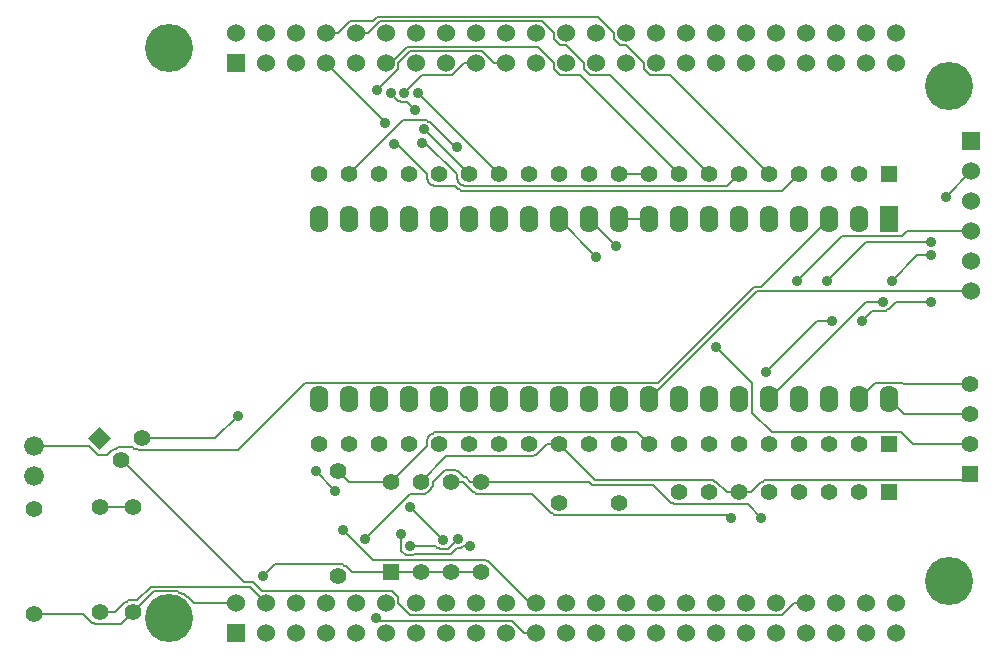
<source format=gbl>
G04 (created by PCBNEW-RS274X (2011-05-25)-stable) date Wed 02 Oct 2013 11:00:19 PM EDT*
G01*
G70*
G90*
%MOIN*%
G04 Gerber Fmt 3.4, Leading zero omitted, Abs format*
%FSLAX34Y34*%
G04 APERTURE LIST*
%ADD10C,0.006000*%
%ADD11R,0.055000X0.055000*%
%ADD12C,0.055000*%
%ADD13C,0.056000*%
%ADD14R,0.062000X0.090000*%
%ADD15O,0.062000X0.090000*%
%ADD16R,0.060000X0.060000*%
%ADD17C,0.060000*%
%ADD18C,0.066000*%
%ADD19C,0.160000*%
%ADD20C,0.035000*%
%ADD21C,0.008000*%
G04 APERTURE END LIST*
G54D10*
G54D11*
X52450Y-35450D03*
G54D12*
X52450Y-34450D03*
X52450Y-33450D03*
X52450Y-32450D03*
G54D13*
X40750Y-36400D03*
X38750Y-36400D03*
G54D14*
X49750Y-26950D03*
G54D15*
X48750Y-26950D03*
X47750Y-26950D03*
X46750Y-26950D03*
X45750Y-26950D03*
X44750Y-26950D03*
X43750Y-26950D03*
X42750Y-26950D03*
X41750Y-26950D03*
X40750Y-26950D03*
X39750Y-26950D03*
X38750Y-26950D03*
X37750Y-26950D03*
X36750Y-26950D03*
X35750Y-26950D03*
X34750Y-26950D03*
X33750Y-26950D03*
X32750Y-26950D03*
X31750Y-26950D03*
X30750Y-26950D03*
X30750Y-32950D03*
X31750Y-32950D03*
X32750Y-32950D03*
X33750Y-32950D03*
X34750Y-32950D03*
X35750Y-32950D03*
X36750Y-32950D03*
X37750Y-32950D03*
X38750Y-32950D03*
X39750Y-32950D03*
X40750Y-32950D03*
X41750Y-32950D03*
X42750Y-32950D03*
X43750Y-32950D03*
X44750Y-32950D03*
X45750Y-32950D03*
X46750Y-32950D03*
X47750Y-32950D03*
X48750Y-32950D03*
X49750Y-32950D03*
G54D12*
X31400Y-35350D03*
X31400Y-38850D03*
G54D16*
X28000Y-21750D03*
G54D17*
X28000Y-20750D03*
X33000Y-21750D03*
X29000Y-20750D03*
X34000Y-21750D03*
X30000Y-20750D03*
X35000Y-21750D03*
X31000Y-20750D03*
X36000Y-21750D03*
X32000Y-20750D03*
X37000Y-21750D03*
X33000Y-20750D03*
X38000Y-21750D03*
X34000Y-20750D03*
X39000Y-21750D03*
X35000Y-20750D03*
X40000Y-21750D03*
X36000Y-20750D03*
X41000Y-21750D03*
X37000Y-20750D03*
X42000Y-21750D03*
X38000Y-20750D03*
X43000Y-21750D03*
X39000Y-20750D03*
X40000Y-20750D03*
X44000Y-21750D03*
X41000Y-20750D03*
X43000Y-20750D03*
X44000Y-20750D03*
X45000Y-20750D03*
X46000Y-20750D03*
X45000Y-21750D03*
X46000Y-21750D03*
X29000Y-21750D03*
X30000Y-21750D03*
X31000Y-21750D03*
X32000Y-21750D03*
X47000Y-21750D03*
X47000Y-20750D03*
X42000Y-20750D03*
X48000Y-21750D03*
X48000Y-20750D03*
X49000Y-21750D03*
X49000Y-20750D03*
X50000Y-21750D03*
X50000Y-20750D03*
G54D16*
X28000Y-40750D03*
G54D17*
X28000Y-39750D03*
X33000Y-40750D03*
X29000Y-39750D03*
X34000Y-40750D03*
X30000Y-39750D03*
X35000Y-40750D03*
X31000Y-39750D03*
X36000Y-40750D03*
X32000Y-39750D03*
X37000Y-40750D03*
X33000Y-39750D03*
X38000Y-40750D03*
X34000Y-39750D03*
X39000Y-40750D03*
X35000Y-39750D03*
X40000Y-40750D03*
X36000Y-39750D03*
X41000Y-40750D03*
X37000Y-39750D03*
X42000Y-40750D03*
X38000Y-39750D03*
X43000Y-40750D03*
X39000Y-39750D03*
X40000Y-39750D03*
X44000Y-40750D03*
X41000Y-39750D03*
X43000Y-39750D03*
X44000Y-39750D03*
X45000Y-39750D03*
X46000Y-39750D03*
X45000Y-40750D03*
X46000Y-40750D03*
X29000Y-40750D03*
X30000Y-40750D03*
X31000Y-40750D03*
X32000Y-40750D03*
X47000Y-40750D03*
X47000Y-39750D03*
X42000Y-39750D03*
X48000Y-40750D03*
X48000Y-39750D03*
X49000Y-40750D03*
X49000Y-39750D03*
X50000Y-40750D03*
X50000Y-39750D03*
G54D11*
X33150Y-38700D03*
G54D12*
X34150Y-38700D03*
X35150Y-38700D03*
X36150Y-38700D03*
X36150Y-35700D03*
X35150Y-35700D03*
X34150Y-35700D03*
X33150Y-35700D03*
G54D11*
X49750Y-36050D03*
G54D12*
X48750Y-36050D03*
X47750Y-36050D03*
X46750Y-36050D03*
X45750Y-36050D03*
X44750Y-36050D03*
X43750Y-36050D03*
X42750Y-36050D03*
X21250Y-36600D03*
X21250Y-40100D03*
G54D18*
X21250Y-34500D03*
X21250Y-35500D03*
G54D10*
G36*
X23832Y-34250D02*
X23443Y-34639D01*
X23054Y-34250D01*
X23443Y-33861D01*
X23832Y-34250D01*
X23832Y-34250D01*
G37*
G54D12*
X24150Y-34957D03*
X24857Y-34250D03*
G54D11*
X49750Y-25450D03*
G54D12*
X48750Y-25450D03*
X47750Y-25450D03*
X46750Y-25450D03*
X45750Y-25450D03*
X44750Y-25450D03*
X43750Y-25450D03*
X42750Y-25450D03*
X41750Y-25450D03*
X40750Y-25450D03*
X39750Y-25450D03*
X38750Y-25450D03*
X37750Y-25450D03*
X36750Y-25450D03*
X35750Y-25450D03*
X34750Y-25450D03*
X33750Y-25450D03*
X32750Y-25450D03*
X31750Y-25450D03*
X30750Y-25450D03*
G54D11*
X49750Y-34450D03*
G54D12*
X48750Y-34450D03*
X47750Y-34450D03*
X46750Y-34450D03*
X45750Y-34450D03*
X44750Y-34450D03*
X43750Y-34450D03*
X42750Y-34450D03*
X41750Y-34450D03*
X40750Y-34450D03*
X39750Y-34450D03*
X38750Y-34450D03*
X37750Y-34450D03*
X36750Y-34450D03*
X35750Y-34450D03*
X34750Y-34450D03*
X33750Y-34450D03*
X32750Y-34450D03*
X31750Y-34450D03*
X30750Y-34450D03*
G54D19*
X25750Y-40250D03*
X51750Y-39000D03*
X51750Y-22500D03*
X25750Y-21250D03*
G54D12*
X23450Y-40050D03*
X23450Y-36550D03*
X24550Y-36550D03*
X24550Y-40050D03*
G54D16*
X52500Y-24350D03*
G54D17*
X52500Y-25350D03*
X52500Y-26350D03*
X52500Y-27350D03*
X52500Y-28350D03*
X52500Y-29350D03*
G54D20*
X40000Y-28200D03*
X40650Y-27850D03*
X44000Y-31200D03*
X32300Y-37600D03*
X45500Y-36900D03*
X44500Y-36900D03*
X49550Y-29700D03*
X49850Y-29000D03*
X51150Y-28150D03*
X45650Y-32050D03*
X47850Y-30350D03*
X48850Y-30350D03*
X51150Y-29700D03*
X51650Y-26200D03*
X47700Y-29000D03*
X51150Y-27700D03*
X46700Y-29000D03*
X28050Y-33500D03*
X28900Y-38850D03*
X32700Y-22650D03*
X34050Y-22750D03*
X34250Y-23950D03*
X33600Y-22750D03*
X35350Y-24550D03*
X33250Y-24450D03*
X32950Y-23750D03*
X34200Y-24400D03*
X33950Y-23300D03*
X33150Y-22750D03*
X33800Y-36550D03*
X34900Y-37650D03*
X33500Y-37450D03*
X35800Y-37850D03*
X32650Y-40250D03*
X30650Y-35350D03*
X31300Y-36000D03*
X31550Y-37300D03*
X35400Y-37600D03*
X33800Y-37850D03*
G54D21*
X41750Y-32950D02*
X45350Y-29350D01*
X45350Y-29350D02*
X52500Y-29350D01*
X38750Y-26950D02*
X40000Y-28200D01*
X41750Y-34450D02*
X41350Y-34050D01*
X41350Y-34050D02*
X34600Y-34050D01*
X34600Y-34050D02*
X34550Y-34100D01*
X34550Y-34100D02*
X34500Y-34100D01*
X34500Y-34100D02*
X34400Y-34200D01*
X34400Y-34200D02*
X34400Y-34250D01*
X34400Y-34250D02*
X34350Y-34300D01*
X34350Y-34300D02*
X34350Y-34500D01*
X34350Y-34500D02*
X33150Y-35700D01*
X29000Y-39750D02*
X28450Y-39200D01*
X28450Y-39200D02*
X25150Y-39200D01*
X25150Y-39200D02*
X24700Y-39650D01*
X24700Y-39650D02*
X24400Y-39650D01*
X24400Y-39650D02*
X24350Y-39700D01*
X24350Y-39700D02*
X24300Y-39700D01*
X24300Y-39700D02*
X23950Y-40050D01*
X23950Y-40050D02*
X23450Y-40050D01*
X31400Y-35350D02*
X31750Y-35700D01*
X31750Y-35700D02*
X33150Y-35700D01*
X39750Y-26950D02*
X40650Y-27850D01*
X44000Y-31200D02*
X45200Y-32400D01*
X45200Y-32400D02*
X45200Y-33400D01*
X45200Y-33400D02*
X45850Y-34050D01*
X45850Y-34050D02*
X50150Y-34050D01*
X50150Y-34050D02*
X50550Y-34450D01*
X50550Y-34450D02*
X52450Y-34450D01*
X47750Y-26950D02*
X45500Y-29200D01*
X45500Y-29200D02*
X45250Y-29200D01*
X45250Y-29200D02*
X42050Y-32400D01*
X42050Y-32400D02*
X30300Y-32400D01*
X30300Y-32400D02*
X28050Y-34650D01*
X28050Y-34650D02*
X24750Y-34650D01*
X24750Y-34650D02*
X24700Y-34600D01*
X24700Y-34600D02*
X24600Y-34600D01*
X24600Y-34600D02*
X24550Y-34550D01*
X24550Y-34550D02*
X24050Y-34550D01*
X24050Y-34550D02*
X24000Y-34600D01*
X24000Y-34600D02*
X23950Y-34600D01*
X23950Y-34600D02*
X23900Y-34650D01*
X23900Y-34650D02*
X23850Y-34650D01*
X23850Y-34650D02*
X23700Y-34800D01*
X23700Y-34800D02*
X23400Y-34800D01*
X23400Y-34800D02*
X23100Y-34500D01*
X23100Y-34500D02*
X21250Y-34500D01*
X24150Y-34957D02*
X24150Y-34950D01*
X24150Y-34950D02*
X28250Y-39050D01*
X28250Y-39050D02*
X28550Y-39050D01*
X28550Y-39050D02*
X28850Y-39350D01*
X28850Y-39350D02*
X33200Y-39350D01*
X33200Y-39350D02*
X33400Y-39550D01*
X33400Y-39550D02*
X33400Y-39750D01*
X33400Y-39750D02*
X33800Y-40150D01*
X33800Y-40150D02*
X46200Y-40150D01*
X46200Y-40150D02*
X46600Y-39750D01*
X46600Y-39750D02*
X47000Y-39750D01*
X49750Y-32950D02*
X50250Y-33450D01*
X50250Y-33450D02*
X52450Y-33450D01*
X48750Y-32950D02*
X49300Y-32400D01*
X49300Y-32400D02*
X50200Y-32400D01*
X50200Y-32400D02*
X50250Y-32450D01*
X50250Y-32450D02*
X52450Y-32450D01*
X32300Y-37600D02*
X33800Y-36100D01*
X33800Y-36100D02*
X34300Y-36100D01*
X34300Y-36100D02*
X34350Y-36050D01*
X34350Y-36050D02*
X34400Y-36050D01*
X34400Y-36050D02*
X34500Y-35950D01*
X34500Y-35950D02*
X34500Y-35900D01*
X34500Y-35900D02*
X34550Y-35850D01*
X34550Y-35850D02*
X34550Y-35700D01*
X34550Y-35700D02*
X34950Y-35300D01*
X34950Y-35300D02*
X35300Y-35300D01*
X35300Y-35300D02*
X35350Y-35350D01*
X35350Y-35350D02*
X35400Y-35350D01*
X35400Y-35350D02*
X35600Y-35550D01*
X35600Y-35550D02*
X35650Y-35550D01*
X35650Y-35550D02*
X35800Y-35700D01*
X35800Y-35700D02*
X36150Y-35700D01*
X45500Y-36900D02*
X45050Y-36450D01*
X45050Y-36450D02*
X42600Y-36450D01*
X42600Y-36450D02*
X42550Y-36400D01*
X42550Y-36400D02*
X42500Y-36400D01*
X42500Y-36400D02*
X41900Y-35800D01*
X41900Y-35800D02*
X39850Y-35800D01*
X39850Y-35800D02*
X39750Y-35700D01*
X39750Y-35700D02*
X36150Y-35700D01*
X44500Y-36900D02*
X44400Y-36800D01*
X44400Y-36800D02*
X38600Y-36800D01*
X38600Y-36800D02*
X38550Y-36750D01*
X38550Y-36750D02*
X38500Y-36750D01*
X38500Y-36750D02*
X37850Y-36100D01*
X37850Y-36100D02*
X36000Y-36100D01*
X36000Y-36100D02*
X35950Y-36050D01*
X35950Y-36050D02*
X35900Y-36050D01*
X35900Y-36050D02*
X35550Y-35700D01*
X35550Y-35700D02*
X35150Y-35700D01*
X45750Y-32950D02*
X49000Y-29700D01*
X49000Y-29700D02*
X49550Y-29700D01*
X49850Y-29000D02*
X50700Y-28150D01*
X50700Y-28150D02*
X51150Y-28150D01*
X45650Y-32050D02*
X47350Y-30350D01*
X47350Y-30350D02*
X47850Y-30350D01*
X48850Y-30350D02*
X49200Y-30000D01*
X49200Y-30000D02*
X49650Y-30000D01*
X49650Y-30000D02*
X49700Y-29950D01*
X49700Y-29950D02*
X49750Y-29950D01*
X49750Y-29950D02*
X50000Y-29700D01*
X50000Y-29700D02*
X51150Y-29700D01*
X51650Y-26200D02*
X52500Y-25350D01*
X47700Y-29000D02*
X49000Y-27700D01*
X49000Y-27700D02*
X51150Y-27700D01*
X46700Y-29000D02*
X48200Y-27500D01*
X48200Y-27500D02*
X50200Y-27500D01*
X50200Y-27500D02*
X50350Y-27350D01*
X50350Y-27350D02*
X52500Y-27350D01*
X28050Y-33500D02*
X27300Y-34250D01*
X27300Y-34250D02*
X24857Y-34250D01*
X38750Y-34450D02*
X39950Y-35650D01*
X39950Y-35650D02*
X43900Y-35650D01*
X43900Y-35650D02*
X43950Y-35700D01*
X43950Y-35700D02*
X44000Y-35700D01*
X44000Y-35700D02*
X44350Y-36050D01*
X44350Y-36050D02*
X44750Y-36050D01*
X52450Y-35450D02*
X52250Y-35650D01*
X52250Y-35650D02*
X45600Y-35650D01*
X45600Y-35650D02*
X45550Y-35700D01*
X45550Y-35700D02*
X45500Y-35700D01*
X45500Y-35700D02*
X45150Y-36050D01*
X45150Y-36050D02*
X44750Y-36050D01*
X34150Y-35700D02*
X35000Y-34850D01*
X35000Y-34850D02*
X37900Y-34850D01*
X37900Y-34850D02*
X37950Y-34800D01*
X37950Y-34800D02*
X38000Y-34800D01*
X38000Y-34800D02*
X38350Y-34450D01*
X38350Y-34450D02*
X38750Y-34450D01*
X28900Y-38850D02*
X29300Y-38450D01*
X29300Y-38450D02*
X31550Y-38450D01*
X31550Y-38450D02*
X31600Y-38500D01*
X31600Y-38500D02*
X31650Y-38500D01*
X31650Y-38500D02*
X31850Y-38700D01*
X31850Y-38700D02*
X33150Y-38700D01*
X24550Y-40050D02*
X25250Y-39350D01*
X25250Y-39350D02*
X26050Y-39350D01*
X26050Y-39350D02*
X26100Y-39400D01*
X26100Y-39400D02*
X26150Y-39400D01*
X26150Y-39400D02*
X26200Y-39450D01*
X26200Y-39450D02*
X26250Y-39450D01*
X26250Y-39450D02*
X26350Y-39550D01*
X26350Y-39550D02*
X26400Y-39550D01*
X26400Y-39550D02*
X26600Y-39750D01*
X26600Y-39750D02*
X28000Y-39750D01*
X24550Y-40050D02*
X24150Y-40450D01*
X24150Y-40450D02*
X23300Y-40450D01*
X23300Y-40450D02*
X23250Y-40400D01*
X23250Y-40400D02*
X23200Y-40400D01*
X23200Y-40400D02*
X22900Y-40100D01*
X22900Y-40100D02*
X21250Y-40100D01*
X40750Y-25450D02*
X41750Y-25450D01*
X34150Y-38700D02*
X33150Y-38700D01*
X35150Y-38700D02*
X34150Y-38700D01*
X41750Y-26950D02*
X40750Y-26950D01*
X35150Y-38700D02*
X36150Y-38700D01*
X32700Y-22650D02*
X33400Y-21950D01*
X33400Y-21950D02*
X33400Y-21750D01*
X33400Y-21750D02*
X33800Y-21350D01*
X33800Y-21350D02*
X36200Y-21350D01*
X36200Y-21350D02*
X36600Y-21750D01*
X36600Y-21750D02*
X37000Y-21750D01*
X36750Y-25450D02*
X34050Y-22750D01*
X35750Y-25450D02*
X34250Y-23950D01*
X33600Y-22750D02*
X34200Y-22150D01*
X34200Y-22150D02*
X35200Y-22150D01*
X35200Y-22150D02*
X35600Y-21750D01*
X35600Y-21750D02*
X36000Y-21750D01*
X42750Y-25450D02*
X39450Y-22150D01*
X39450Y-22150D02*
X38800Y-22150D01*
X38800Y-22150D02*
X38600Y-21950D01*
X38600Y-21950D02*
X38600Y-21750D01*
X38600Y-21750D02*
X38050Y-21200D01*
X38050Y-21200D02*
X33700Y-21200D01*
X33700Y-21200D02*
X33150Y-21750D01*
X33150Y-21750D02*
X33000Y-21750D01*
X31750Y-25450D02*
X33550Y-23650D01*
X33550Y-23650D02*
X34350Y-23650D01*
X34350Y-23650D02*
X34400Y-23700D01*
X34400Y-23700D02*
X34450Y-23700D01*
X34450Y-23700D02*
X35300Y-24550D01*
X35300Y-24550D02*
X35350Y-24550D01*
X46750Y-25450D02*
X46200Y-26000D01*
X46200Y-26000D02*
X35500Y-26000D01*
X35500Y-26000D02*
X35450Y-25950D01*
X35450Y-25950D02*
X35400Y-25950D01*
X35400Y-25950D02*
X35300Y-25850D01*
X35300Y-25850D02*
X34600Y-25850D01*
X34600Y-25850D02*
X34550Y-25800D01*
X34550Y-25800D02*
X34500Y-25800D01*
X34500Y-25800D02*
X34400Y-25700D01*
X34400Y-25700D02*
X34400Y-25650D01*
X34400Y-25650D02*
X34350Y-25600D01*
X34350Y-25600D02*
X34350Y-25450D01*
X34350Y-25450D02*
X33350Y-24450D01*
X33350Y-24450D02*
X33250Y-24450D01*
X32950Y-23750D02*
X32950Y-23700D01*
X32950Y-23700D02*
X31000Y-21750D01*
X45750Y-25450D02*
X42450Y-22150D01*
X42450Y-22150D02*
X41800Y-22150D01*
X41800Y-22150D02*
X41600Y-21950D01*
X41600Y-21950D02*
X41600Y-21750D01*
X41600Y-21750D02*
X41000Y-21150D01*
X41000Y-21150D02*
X40800Y-21150D01*
X40800Y-21150D02*
X40600Y-20950D01*
X40600Y-20950D02*
X40600Y-20750D01*
X40600Y-20750D02*
X40050Y-20200D01*
X40050Y-20200D02*
X32700Y-20200D01*
X32700Y-20200D02*
X32550Y-20350D01*
X32550Y-20350D02*
X31800Y-20350D01*
X31800Y-20350D02*
X31400Y-20750D01*
X31400Y-20750D02*
X31000Y-20750D01*
X43750Y-25450D02*
X40450Y-22150D01*
X40450Y-22150D02*
X39800Y-22150D01*
X39800Y-22150D02*
X39600Y-21950D01*
X39600Y-21950D02*
X39600Y-21750D01*
X39600Y-21750D02*
X39000Y-21150D01*
X39000Y-21150D02*
X38800Y-21150D01*
X38800Y-21150D02*
X38600Y-20950D01*
X38600Y-20950D02*
X38600Y-20750D01*
X38600Y-20750D02*
X38200Y-20350D01*
X38200Y-20350D02*
X32800Y-20350D01*
X32800Y-20350D02*
X32400Y-20750D01*
X32400Y-20750D02*
X32000Y-20750D01*
X44750Y-25450D02*
X44350Y-25850D01*
X44350Y-25850D02*
X35600Y-25850D01*
X35600Y-25850D02*
X35550Y-25800D01*
X35550Y-25800D02*
X35500Y-25800D01*
X35500Y-25800D02*
X35400Y-25700D01*
X35400Y-25700D02*
X35400Y-25650D01*
X35400Y-25650D02*
X35350Y-25600D01*
X35350Y-25600D02*
X35350Y-25450D01*
X35350Y-25450D02*
X34300Y-24400D01*
X34300Y-24400D02*
X34200Y-24400D01*
X33950Y-23300D02*
X33700Y-23050D01*
X33700Y-23050D02*
X33500Y-23050D01*
X33500Y-23050D02*
X33450Y-23000D01*
X33450Y-23000D02*
X33400Y-23000D01*
X33400Y-23000D02*
X33150Y-22750D01*
X23450Y-36550D02*
X24550Y-36550D01*
X33800Y-36550D02*
X34900Y-37650D01*
X33500Y-37450D02*
X33500Y-38000D01*
X33500Y-38000D02*
X33650Y-38150D01*
X33650Y-38150D02*
X33900Y-38150D01*
X33900Y-38150D02*
X33950Y-38100D01*
X33950Y-38100D02*
X35150Y-38100D01*
X35150Y-38100D02*
X35350Y-37900D01*
X35350Y-37900D02*
X35500Y-37900D01*
X35500Y-37900D02*
X35550Y-37850D01*
X35550Y-37850D02*
X35800Y-37850D01*
X32650Y-40250D02*
X32750Y-40350D01*
X32750Y-40350D02*
X37200Y-40350D01*
X37200Y-40350D02*
X37600Y-40750D01*
X37600Y-40750D02*
X38000Y-40750D01*
X30650Y-35350D02*
X31300Y-36000D01*
X31550Y-37300D02*
X32550Y-38300D01*
X32550Y-38300D02*
X36300Y-38300D01*
X36300Y-38300D02*
X36350Y-38350D01*
X36350Y-38350D02*
X36400Y-38350D01*
X36400Y-38350D02*
X37800Y-39750D01*
X37800Y-39750D02*
X38000Y-39750D01*
X35400Y-37600D02*
X35050Y-37950D01*
X35050Y-37950D02*
X34800Y-37950D01*
X34800Y-37950D02*
X34750Y-37900D01*
X34750Y-37900D02*
X34700Y-37900D01*
X34700Y-37900D02*
X34650Y-37850D01*
X34650Y-37850D02*
X33800Y-37850D01*
M02*

</source>
